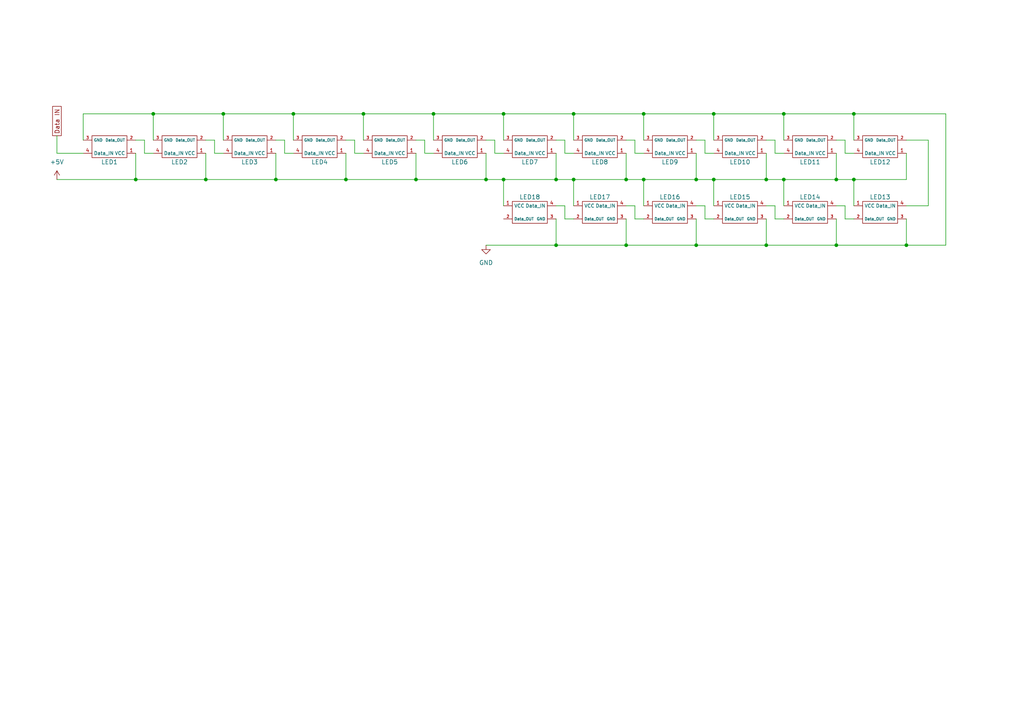
<source format=kicad_sch>
(kicad_sch (version 20211123) (generator eeschema)
  (paper "A4")
  (lib_symbols
    (symbol "Custom:LED_SK6812RGBW_5050Metric_Pad1.5x1.5mm_HandSolder"
      (property "Reference" "LED" (at 0 2.54 0))
      (property "Value" "LED_SK6812RGBW_5050Metric_Pad1.5x1.5mm_HandSolder" (at 0 0 0))
      (symbol "LED_SK6812RGBW_5050Metric_Pad1.5x1.5mm_HandSolder_0_1"
        (rectangle (start -5.08 11.43) (end 5.08 5.08))
      )
      (symbol "LED_SK6812RGBW_5050Metric_Pad1.5x1.5mm_HandSolder_1_1"
        (pin input line (at -7.62 10.16 0) (length 2.54) (name "VCC") (number "1"))
        (pin output line (at -7.62 6.35 0) (length 2.54) (name "Data_OUT") (number "2"))
        (pin bidirectional line (at 7.62 6.35 180) (length 2.54) (name "GND") (number "3"))
        (pin input line (at 7.62 10.16 180) (length 2.54) (name "Data_IN") (number "4"))
      )
    )
    (symbol "LED_SK6812RGBW_5050Metric_Pad1.5x1.5mm_HandSolder_1"
      (property "Reference" "LED" (at 0 2.54 0))
      (property "Value" "LED_SK6812RGBW_5050Metric_Pad1.5x1.5mm_HandSolder_1" (at 0 0 0))
      (symbol "LED_SK6812RGBW_5050Metric_Pad1.5x1.5mm_HandSolder_1_0_1"
        (rectangle (start -5.08 11.43) (end 5.08 5.08))
      )
      (symbol "LED_SK6812RGBW_5050Metric_Pad1.5x1.5mm_HandSolder_1_1_1"
        (pin input line (at -7.62 10.16 0) (length 2.54) (name "VCC") (number "1"))
        (pin output line (at -7.62 6.35 0) (length 2.54) (name "Data_OUT") (number "2"))
        (pin bidirectional line (at 7.62 6.35 180) (length 2.54) (name "GND") (number "3"))
        (pin input line (at 7.62 10.16 180) (length 2.54) (name "Data_IN") (number "4"))
      )
    )
    (symbol "LED_SK6812RGBW_5050Metric_Pad1.5x1.5mm_HandSolder_10"
      (property "Reference" "LED" (at 0 2.54 0))
      (property "Value" "LED_SK6812RGBW_5050Metric_Pad1.5x1.5mm_HandSolder_10" (at 0 0 0))
      (symbol "LED_SK6812RGBW_5050Metric_Pad1.5x1.5mm_HandSolder_10_0_1"
        (rectangle (start -5.08 11.43) (end 5.08 5.08))
      )
      (symbol "LED_SK6812RGBW_5050Metric_Pad1.5x1.5mm_HandSolder_10_1_1"
        (pin input line (at -7.62 10.16 0) (length 2.54) (name "VCC") (number "1"))
        (pin output line (at -7.62 6.35 0) (length 2.54) (name "Data_OUT") (number "2"))
        (pin bidirectional line (at 7.62 6.35 180) (length 2.54) (name "GND") (number "3"))
        (pin input line (at 7.62 10.16 180) (length 2.54) (name "Data_IN") (number "4"))
      )
    )
    (symbol "LED_SK6812RGBW_5050Metric_Pad1.5x1.5mm_HandSolder_12"
      (property "Reference" "LED" (at 0 2.54 0))
      (property "Value" "LED_SK6812RGBW_5050Metric_Pad1.5x1.5mm_HandSolder_12" (at 0 0 0))
      (symbol "LED_SK6812RGBW_5050Metric_Pad1.5x1.5mm_HandSolder_12_0_1"
        (rectangle (start -5.08 11.43) (end 5.08 5.08))
      )
      (symbol "LED_SK6812RGBW_5050Metric_Pad1.5x1.5mm_HandSolder_12_1_1"
        (pin input line (at -7.62 10.16 0) (length 2.54) (name "VCC") (number "1"))
        (pin output line (at -7.62 6.35 0) (length 2.54) (name "Data_OUT") (number "2"))
        (pin bidirectional line (at 7.62 6.35 180) (length 2.54) (name "GND") (number "3"))
        (pin input line (at 7.62 10.16 180) (length 2.54) (name "Data_IN") (number "4"))
      )
    )
    (symbol "LED_SK6812RGBW_5050Metric_Pad1.5x1.5mm_HandSolder_13"
      (property "Reference" "LED" (at 0 2.54 0))
      (property "Value" "LED_SK6812RGBW_5050Metric_Pad1.5x1.5mm_HandSolder_13" (at 0 0 0))
      (symbol "LED_SK6812RGBW_5050Metric_Pad1.5x1.5mm_HandSolder_13_0_1"
        (rectangle (start -5.08 11.43) (end 5.08 5.08))
      )
      (symbol "LED_SK6812RGBW_5050Metric_Pad1.5x1.5mm_HandSolder_13_1_1"
        (pin input line (at -7.62 10.16 0) (length 2.54) (name "VCC") (number "1"))
        (pin output line (at -7.62 6.35 0) (length 2.54) (name "Data_OUT") (number "2"))
        (pin bidirectional line (at 7.62 6.35 180) (length 2.54) (name "GND") (number "3"))
        (pin input line (at 7.62 10.16 180) (length 2.54) (name "Data_IN") (number "4"))
      )
    )
    (symbol "LED_SK6812RGBW_5050Metric_Pad1.5x1.5mm_HandSolder_14"
      (property "Reference" "LED" (at 0 2.54 0))
      (property "Value" "LED_SK6812RGBW_5050Metric_Pad1.5x1.5mm_HandSolder_14" (at 0 0 0))
      (symbol "LED_SK6812RGBW_5050Metric_Pad1.5x1.5mm_HandSolder_14_0_1"
        (rectangle (start -5.08 11.43) (end 5.08 5.08))
      )
      (symbol "LED_SK6812RGBW_5050Metric_Pad1.5x1.5mm_HandSolder_14_1_1"
        (pin input line (at -7.62 10.16 0) (length 2.54) (name "VCC") (number "1"))
        (pin output line (at -7.62 6.35 0) (length 2.54) (name "Data_OUT") (number "2"))
        (pin bidirectional line (at 7.62 6.35 180) (length 2.54) (name "GND") (number "3"))
        (pin input line (at 7.62 10.16 180) (length 2.54) (name "Data_IN") (number "4"))
      )
    )
    (symbol "LED_SK6812RGBW_5050Metric_Pad1.5x1.5mm_HandSolder_15"
      (property "Reference" "LED" (at 0 2.54 0))
      (property "Value" "LED_SK6812RGBW_5050Metric_Pad1.5x1.5mm_HandSolder_15" (at 0 0 0))
      (symbol "LED_SK6812RGBW_5050Metric_Pad1.5x1.5mm_HandSolder_15_0_1"
        (rectangle (start -5.08 11.43) (end 5.08 5.08))
      )
      (symbol "LED_SK6812RGBW_5050Metric_Pad1.5x1.5mm_HandSolder_15_1_1"
        (pin input line (at -7.62 10.16 0) (length 2.54) (name "VCC") (number "1"))
        (pin output line (at -7.62 6.35 0) (length 2.54) (name "Data_OUT") (number "2"))
        (pin bidirectional line (at 7.62 6.35 180) (length 2.54) (name "GND") (number "3"))
        (pin input line (at 7.62 10.16 180) (length 2.54) (name "Data_IN") (number "4"))
      )
    )
    (symbol "LED_SK6812RGBW_5050Metric_Pad1.5x1.5mm_HandSolder_16"
      (property "Reference" "LED" (at 0 2.54 0))
      (property "Value" "LED_SK6812RGBW_5050Metric_Pad1.5x1.5mm_HandSolder_16" (at 0 0 0))
      (symbol "LED_SK6812RGBW_5050Metric_Pad1.5x1.5mm_HandSolder_16_0_1"
        (rectangle (start -5.08 11.43) (end 5.08 5.08))
      )
      (symbol "LED_SK6812RGBW_5050Metric_Pad1.5x1.5mm_HandSolder_16_1_1"
        (pin input line (at -7.62 10.16 0) (length 2.54) (name "VCC") (number "1"))
        (pin output line (at -7.62 6.35 0) (length 2.54) (name "Data_OUT") (number "2"))
        (pin bidirectional line (at 7.62 6.35 180) (length 2.54) (name "GND") (number "3"))
        (pin input line (at 7.62 10.16 180) (length 2.54) (name "Data_IN") (number "4"))
      )
    )
    (symbol "LED_SK6812RGBW_5050Metric_Pad1.5x1.5mm_HandSolder_17"
      (property "Reference" "LED" (at 0 2.54 0))
      (property "Value" "LED_SK6812RGBW_5050Metric_Pad1.5x1.5mm_HandSolder_17" (at 0 0 0))
      (symbol "LED_SK6812RGBW_5050Metric_Pad1.5x1.5mm_HandSolder_17_0_1"
        (rectangle (start -5.08 11.43) (end 5.08 5.08))
      )
      (symbol "LED_SK6812RGBW_5050Metric_Pad1.5x1.5mm_HandSolder_17_1_1"
        (pin input line (at -7.62 10.16 0) (length 2.54) (name "VCC") (number "1"))
        (pin output line (at -7.62 6.35 0) (length 2.54) (name "Data_OUT") (number "2"))
        (pin bidirectional line (at 7.62 6.35 180) (length 2.54) (name "GND") (number "3"))
        (pin input line (at 7.62 10.16 180) (length 2.54) (name "Data_IN") (number "4"))
      )
    )
    (symbol "LED_SK6812RGBW_5050Metric_Pad1.5x1.5mm_HandSolder_18"
      (property "Reference" "LED" (at 0 2.54 0))
      (property "Value" "LED_SK6812RGBW_5050Metric_Pad1.5x1.5mm_HandSolder_18" (at 0 0 0))
      (symbol "LED_SK6812RGBW_5050Metric_Pad1.5x1.5mm_HandSolder_18_0_1"
        (rectangle (start -5.08 11.43) (end 5.08 5.08))
      )
      (symbol "LED_SK6812RGBW_5050Metric_Pad1.5x1.5mm_HandSolder_18_1_1"
        (pin input line (at -7.62 10.16 0) (length 2.54) (name "VCC") (number "1"))
        (pin output line (at -7.62 6.35 0) (length 2.54) (name "Data_OUT") (number "2"))
        (pin bidirectional line (at 7.62 6.35 180) (length 2.54) (name "GND") (number "3"))
        (pin input line (at 7.62 10.16 180) (length 2.54) (name "Data_IN") (number "4"))
      )
    )
    (symbol "LED_SK6812RGBW_5050Metric_Pad1.5x1.5mm_HandSolder_19"
      (property "Reference" "LED" (at 0 2.54 0))
      (property "Value" "LED_SK6812RGBW_5050Metric_Pad1.5x1.5mm_HandSolder_19" (at 0 0 0))
      (symbol "LED_SK6812RGBW_5050Metric_Pad1.5x1.5mm_HandSolder_19_0_1"
        (rectangle (start -5.08 11.43) (end 5.08 5.08))
      )
      (symbol "LED_SK6812RGBW_5050Metric_Pad1.5x1.5mm_HandSolder_19_1_1"
        (pin input line (at -7.62 10.16 0) (length 2.54) (name "VCC") (number "1"))
        (pin output line (at -7.62 6.35 0) (length 2.54) (name "Data_OUT") (number "2"))
        (pin bidirectional line (at 7.62 6.35 180) (length 2.54) (name "GND") (number "3"))
        (pin input line (at 7.62 10.16 180) (length 2.54) (name "Data_IN") (number "4"))
      )
    )
    (symbol "LED_SK6812RGBW_5050Metric_Pad1.5x1.5mm_HandSolder_20"
      (property "Reference" "LED" (at 0 2.54 0))
      (property "Value" "LED_SK6812RGBW_5050Metric_Pad1.5x1.5mm_HandSolder_20" (at 0 0 0))
      (symbol "LED_SK6812RGBW_5050Metric_Pad1.5x1.5mm_HandSolder_20_0_1"
        (rectangle (start -5.08 11.43) (end 5.08 5.08))
      )
      (symbol "LED_SK6812RGBW_5050Metric_Pad1.5x1.5mm_HandSolder_20_1_1"
        (pin input line (at -7.62 10.16 0) (length 2.54) (name "VCC") (number "1"))
        (pin output line (at -7.62 6.35 0) (length 2.54) (name "Data_OUT") (number "2"))
        (pin bidirectional line (at 7.62 6.35 180) (length 2.54) (name "GND") (number "3"))
        (pin input line (at 7.62 10.16 180) (length 2.54) (name "Data_IN") (number "4"))
      )
    )
    (symbol "LED_SK6812RGBW_5050Metric_Pad1.5x1.5mm_HandSolder_21"
      (property "Reference" "LED" (at 0 2.54 0))
      (property "Value" "LED_SK6812RGBW_5050Metric_Pad1.5x1.5mm_HandSolder_21" (at 0 0 0))
      (symbol "LED_SK6812RGBW_5050Metric_Pad1.5x1.5mm_HandSolder_21_0_1"
        (rectangle (start -5.08 11.43) (end 5.08 5.08))
      )
      (symbol "LED_SK6812RGBW_5050Metric_Pad1.5x1.5mm_HandSolder_21_1_1"
        (pin input line (at -7.62 10.16 0) (length 2.54) (name "VCC") (number "1"))
        (pin output line (at -7.62 6.35 0) (length 2.54) (name "Data_OUT") (number "2"))
        (pin bidirectional line (at 7.62 6.35 180) (length 2.54) (name "GND") (number "3"))
        (pin input line (at 7.62 10.16 180) (length 2.54) (name "Data_IN") (number "4"))
      )
    )
    (symbol "LED_SK6812RGBW_5050Metric_Pad1.5x1.5mm_HandSolder_22"
      (property "Reference" "LED" (at 0 2.54 0))
      (property "Value" "LED_SK6812RGBW_5050Metric_Pad1.5x1.5mm_HandSolder_22" (at 0 0 0))
      (symbol "LED_SK6812RGBW_5050Metric_Pad1.5x1.5mm_HandSolder_22_0_1"
        (rectangle (start -5.08 11.43) (end 5.08 5.08))
      )
      (symbol "LED_SK6812RGBW_5050Metric_Pad1.5x1.5mm_HandSolder_22_1_1"
        (pin input line (at -7.62 10.16 0) (length 2.54) (name "VCC") (number "1"))
        (pin output line (at -7.62 6.35 0) (length 2.54) (name "Data_OUT") (number "2"))
        (pin bidirectional line (at 7.62 6.35 180) (length 2.54) (name "GND") (number "3"))
        (pin input line (at 7.62 10.16 180) (length 2.54) (name "Data_IN") (number "4"))
      )
    )
    (symbol "LED_SK6812RGBW_5050Metric_Pad1.5x1.5mm_HandSolder_23"
      (property "Reference" "LED" (at 0 2.54 0))
      (property "Value" "LED_SK6812RGBW_5050Metric_Pad1.5x1.5mm_HandSolder_23" (at 0 0 0))
      (symbol "LED_SK6812RGBW_5050Metric_Pad1.5x1.5mm_HandSolder_23_0_1"
        (rectangle (start -5.08 11.43) (end 5.08 5.08))
      )
      (symbol "LED_SK6812RGBW_5050Metric_Pad1.5x1.5mm_HandSolder_23_1_1"
        (pin input line (at -7.62 10.16 0) (length 2.54) (name "VCC") (number "1"))
        (pin output line (at -7.62 6.35 0) (length 2.54) (name "Data_OUT") (number "2"))
        (pin bidirectional line (at 7.62 6.35 180) (length 2.54) (name "GND") (number "3"))
        (pin input line (at 7.62 10.16 180) (length 2.54) (name "Data_IN") (number "4"))
      )
    )
    (symbol "LED_SK6812RGBW_5050Metric_Pad1.5x1.5mm_HandSolder_3"
      (property "Reference" "LED" (at 0 2.54 0))
      (property "Value" "LED_SK6812RGBW_5050Metric_Pad1.5x1.5mm_HandSolder_3" (at 0 0 0))
      (symbol "LED_SK6812RGBW_5050Metric_Pad1.5x1.5mm_HandSolder_3_0_1"
        (rectangle (start -5.08 11.43) (end 5.08 5.08))
      )
      (symbol "LED_SK6812RGBW_5050Metric_Pad1.5x1.5mm_HandSolder_3_1_1"
        (pin input line (at -7.62 10.16 0) (length 2.54) (name "VCC") (number "1"))
        (pin output line (at -7.62 6.35 0) (length 2.54) (name "Data_OUT") (number "2"))
        (pin bidirectional line (at 7.62 6.35 180) (length 2.54) (name "GND") (number "3"))
        (pin input line (at 7.62 10.16 180) (length 2.54) (name "Data_IN") (number "4"))
      )
    )
    (symbol "LED_SK6812RGBW_5050Metric_Pad1.5x1.5mm_HandSolder_7"
      (property "Reference" "LED" (at 0 2.54 0))
      (property "Value" "LED_SK6812RGBW_5050Metric_Pad1.5x1.5mm_HandSolder_7" (at 0 0 0))
      (symbol "LED_SK6812RGBW_5050Metric_Pad1.5x1.5mm_HandSolder_7_0_1"
        (rectangle (start -5.08 11.43) (end 5.08 5.08))
      )
      (symbol "LED_SK6812RGBW_5050Metric_Pad1.5x1.5mm_HandSolder_7_1_1"
        (pin input line (at -7.62 10.16 0) (length 2.54) (name "VCC") (number "1"))
        (pin output line (at -7.62 6.35 0) (length 2.54) (name "Data_OUT") (number "2"))
        (pin bidirectional line (at 7.62 6.35 180) (length 2.54) (name "GND") (number "3"))
        (pin input line (at 7.62 10.16 180) (length 2.54) (name "Data_IN") (number "4"))
      )
    )
    (symbol "power:+5V" (power) (pin_names (offset 0))
      (property "Value" "+5V" (at 0 3.556 0))
      (symbol "+5V_0_1"
        (polyline (pts (xy -0.762 1.27) (xy 0 2.54)))
        (polyline (pts (xy 0 0) (xy 0 2.54)))
        (polyline (pts (xy 0 2.54) (xy 0.762 1.27)))
      )
      (symbol "+5V_1_1"
        (pin power_in line (at 0 0 90) (length 0) hide (name "+5V") (number "1"))
      )
    )
    (symbol "power:GND" (power) (pin_names (offset 0))
      (property "Value" "GND" (at 0 -3.81 0))
      (symbol "GND_0_1"
        (polyline (pts (xy 0 0) (xy 0 -1.27) (xy 1.27 -1.27) (xy 0 -2.54) (xy -1.27 -1.27) (xy 0 -1.27)))
      )
      (symbol "GND_1_1"
        (pin power_in line (at 0 0 270) (length 0) hide (name "GND") (number "1"))
      )
    )
  )
  (junction (at 222.25 71.12))
  (junction (at 247.65 52.07))
  (junction (at 262.89 71.12))
  (junction (at 120.65 52.07))
  (junction (at 161.29 52.07))
  (junction (at 59.69 52.07))
  (junction (at 186.69 52.07))
  (junction (at 146.05 33.02))
  (junction (at 181.61 71.12))
  (junction (at 166.37 33.02))
  (junction (at 247.65 33.02))
  (junction (at 146.05 52.07))
  (junction (at 201.93 52.07))
  (junction (at 201.93 71.12))
  (junction (at 140.97 52.07))
  (junction (at 242.57 52.07))
  (junction (at 181.61 52.07))
  (junction (at 227.33 52.07))
  (junction (at 85.09 33.02))
  (junction (at 44.45 33.02))
  (junction (at 227.33 33.02))
  (junction (at 125.73 33.02))
  (junction (at 105.41 33.02))
  (junction (at 39.37 52.07))
  (junction (at 242.57 71.12))
  (junction (at 207.01 33.02))
  (junction (at 80.01 52.07))
  (junction (at 222.25 52.07))
  (junction (at 161.29 71.12))
  (junction (at 186.69 33.02))
  (junction (at 166.37 52.07))
  (junction (at 100.33 52.07))
  (junction (at 64.77 33.02))
  (junction (at 207.01 52.07))
  (wire (pts (xy 16.51 44.45) (xy 24.13 44.45)))
  (wire (pts (xy 247.65 52.07) (xy 262.89 52.07)))
  (wire (pts (xy 262.89 71.12) (xy 274.32 71.12)))
  (wire (pts (xy 80.01 44.45) (xy 80.01 52.07)))
  (wire (pts (xy 62.23 44.45) (xy 64.77 44.45)))
  (wire (pts (xy 80.01 52.07) (xy 100.33 52.07)))
  (wire (pts (xy 163.83 40.64) (xy 163.83 44.45)))
  (wire (pts (xy 59.69 40.64) (xy 62.23 40.64)))
  (wire (pts (xy 166.37 33.02) (xy 186.69 33.02)))
  (wire (pts (xy 161.29 63.5) (xy 161.29 71.12)))
  (wire (pts (xy 207.01 33.02) (xy 207.01 40.64)))
  (wire (pts (xy 204.47 44.45) (xy 207.01 44.45)))
  (wire (pts (xy 166.37 52.07) (xy 166.37 59.69)))
  (wire (pts (xy 146.05 33.02) (xy 166.37 33.02)))
  (wire (pts (xy 204.47 40.64) (xy 204.47 44.45)))
  (wire (pts (xy 161.29 59.69) (xy 163.83 59.69)))
  (wire (pts (xy 105.41 33.02) (xy 125.73 33.02)))
  (wire (pts (xy 64.77 33.02) (xy 64.77 40.64)))
  (wire (pts (xy 262.89 40.64) (xy 269.24 40.64)))
  (wire (pts (xy 204.47 63.5) (xy 204.47 59.69)))
  (wire (pts (xy 123.19 40.64) (xy 123.19 44.45)))
  (wire (pts (xy 105.41 33.02) (xy 105.41 40.64)))
  (wire (pts (xy 245.11 40.64) (xy 245.11 44.45)))
  (wire (pts (xy 184.15 40.64) (xy 184.15 44.45)))
  (wire (pts (xy 85.09 33.02) (xy 85.09 40.64)))
  (wire (pts (xy 39.37 44.45) (xy 39.37 52.07)))
  (wire (pts (xy 262.89 71.12) (xy 242.57 71.12)))
  (wire (pts (xy 125.73 33.02) (xy 125.73 40.64)))
  (wire (pts (xy 100.33 52.07) (xy 120.65 52.07)))
  (wire (pts (xy 181.61 71.12) (xy 161.29 71.12)))
  (wire (pts (xy 184.15 63.5) (xy 184.15 59.69)))
  (wire (pts (xy 247.65 33.02) (xy 274.32 33.02)))
  (wire (pts (xy 269.24 40.64) (xy 269.24 59.69)))
  (wire (pts (xy 201.93 52.07) (xy 186.69 52.07)))
  (wire (pts (xy 146.05 33.02) (xy 146.05 40.64)))
  (wire (pts (xy 146.05 52.07) (xy 140.97 52.07)))
  (wire (pts (xy 274.32 33.02) (xy 274.32 71.12)))
  (wire (pts (xy 222.25 52.07) (xy 207.01 52.07)))
  (wire (pts (xy 186.69 52.07) (xy 186.69 59.69)))
  (wire (pts (xy 224.79 63.5) (xy 224.79 59.69)))
  (wire (pts (xy 161.29 52.07) (xy 146.05 52.07)))
  (wire (pts (xy 201.93 63.5) (xy 201.93 71.12)))
  (wire (pts (xy 222.25 44.45) (xy 222.25 52.07)))
  (wire (pts (xy 247.65 33.02) (xy 247.65 40.64)))
  (wire (pts (xy 161.29 44.45) (xy 161.29 52.07)))
  (wire (pts (xy 16.51 39.37) (xy 16.51 44.45)))
  (wire (pts (xy 166.37 33.02) (xy 166.37 40.64)))
  (wire (pts (xy 186.69 52.07) (xy 181.61 52.07)))
  (wire (pts (xy 207.01 63.5) (xy 204.47 63.5)))
  (wire (pts (xy 207.01 52.07) (xy 207.01 59.69)))
  (wire (pts (xy 181.61 40.64) (xy 184.15 40.64)))
  (wire (pts (xy 186.69 33.02) (xy 186.69 40.64)))
  (wire (pts (xy 146.05 52.07) (xy 146.05 59.69)))
  (wire (pts (xy 262.89 63.5) (xy 262.89 71.12)))
  (wire (pts (xy 201.93 44.45) (xy 201.93 52.07)))
  (wire (pts (xy 262.89 59.69) (xy 269.24 59.69)))
  (wire (pts (xy 161.29 71.12) (xy 140.97 71.12)))
  (wire (pts (xy 186.69 33.02) (xy 207.01 33.02)))
  (wire (pts (xy 41.91 40.64) (xy 41.91 44.45)))
  (wire (pts (xy 224.79 44.45) (xy 227.33 44.45)))
  (wire (pts (xy 100.33 40.64) (xy 102.87 40.64)))
  (wire (pts (xy 201.93 71.12) (xy 181.61 71.12)))
  (wire (pts (xy 184.15 44.45) (xy 186.69 44.45)))
  (wire (pts (xy 207.01 33.02) (xy 227.33 33.02)))
  (wire (pts (xy 222.25 71.12) (xy 242.57 71.12)))
  (wire (pts (xy 64.77 33.02) (xy 85.09 33.02)))
  (wire (pts (xy 242.57 40.64) (xy 245.11 40.64)))
  (wire (pts (xy 39.37 40.64) (xy 41.91 40.64)))
  (wire (pts (xy 222.25 63.5) (xy 222.25 71.12)))
  (wire (pts (xy 163.83 63.5) (xy 163.83 59.69)))
  (wire (pts (xy 125.73 33.02) (xy 146.05 33.02)))
  (wire (pts (xy 227.33 52.07) (xy 242.57 52.07)))
  (wire (pts (xy 82.55 44.45) (xy 85.09 44.45)))
  (wire (pts (xy 224.79 40.64) (xy 224.79 44.45)))
  (wire (pts (xy 123.19 44.45) (xy 125.73 44.45)))
  (wire (pts (xy 140.97 40.64) (xy 143.51 40.64)))
  (wire (pts (xy 245.11 63.5) (xy 245.11 59.69)))
  (wire (pts (xy 242.57 52.07) (xy 247.65 52.07)))
  (wire (pts (xy 181.61 63.5) (xy 181.61 71.12)))
  (wire (pts (xy 201.93 71.12) (xy 222.25 71.12)))
  (wire (pts (xy 262.89 44.45) (xy 262.89 52.07)))
  (wire (pts (xy 59.69 44.45) (xy 59.69 52.07)))
  (wire (pts (xy 201.93 59.69) (xy 204.47 59.69)))
  (wire (pts (xy 222.25 59.69) (xy 224.79 59.69)))
  (wire (pts (xy 120.65 52.07) (xy 140.97 52.07)))
  (wire (pts (xy 100.33 44.45) (xy 100.33 52.07)))
  (wire (pts (xy 181.61 52.07) (xy 166.37 52.07)))
  (wire (pts (xy 143.51 40.64) (xy 143.51 44.45)))
  (wire (pts (xy 227.33 52.07) (xy 227.33 59.69)))
  (wire (pts (xy 242.57 44.45) (xy 242.57 52.07)))
  (wire (pts (xy 245.11 44.45) (xy 247.65 44.45)))
  (wire (pts (xy 247.65 63.5) (xy 245.11 63.5)))
  (wire (pts (xy 140.97 44.45) (xy 140.97 52.07)))
  (wire (pts (xy 44.45 33.02) (xy 64.77 33.02)))
  (wire (pts (xy 166.37 52.07) (xy 161.29 52.07)))
  (wire (pts (xy 242.57 63.5) (xy 242.57 71.12)))
  (wire (pts (xy 82.55 40.64) (xy 82.55 44.45)))
  (wire (pts (xy 85.09 33.02) (xy 105.41 33.02)))
  (wire (pts (xy 41.91 44.45) (xy 44.45 44.45)))
  (wire (pts (xy 227.33 33.02) (xy 227.33 40.64)))
  (wire (pts (xy 227.33 63.5) (xy 224.79 63.5)))
  (wire (pts (xy 207.01 52.07) (xy 201.93 52.07)))
  (wire (pts (xy 80.01 40.64) (xy 82.55 40.64)))
  (wire (pts (xy 16.51 52.07) (xy 39.37 52.07)))
  (wire (pts (xy 120.65 44.45) (xy 120.65 52.07)))
  (wire (pts (xy 44.45 33.02) (xy 44.45 40.64)))
  (wire (pts (xy 59.69 52.07) (xy 80.01 52.07)))
  (wire (pts (xy 161.29 40.64) (xy 163.83 40.64)))
  (wire (pts (xy 143.51 44.45) (xy 146.05 44.45)))
  (wire (pts (xy 181.61 59.69) (xy 184.15 59.69)))
  (wire (pts (xy 163.83 44.45) (xy 166.37 44.45)))
  (wire (pts (xy 62.23 40.64) (xy 62.23 44.45)))
  (wire (pts (xy 186.69 63.5) (xy 184.15 63.5)))
  (wire (pts (xy 39.37 52.07) (xy 59.69 52.07)))
  (wire (pts (xy 201.93 40.64) (xy 204.47 40.64)))
  (wire (pts (xy 242.57 59.69) (xy 245.11 59.69)))
  (wire (pts (xy 102.87 40.64) (xy 102.87 44.45)))
  (wire (pts (xy 227.33 52.07) (xy 222.25 52.07)))
  (wire (pts (xy 227.33 33.02) (xy 247.65 33.02)))
  (wire (pts (xy 247.65 59.69) (xy 247.65 52.07)))
  (wire (pts (xy 222.25 40.64) (xy 224.79 40.64)))
  (wire (pts (xy 120.65 40.64) (xy 123.19 40.64)))
  (wire (pts (xy 102.87 44.45) (xy 105.41 44.45)))
  (wire (pts (xy 166.37 63.5) (xy 163.83 63.5)))
  (wire (pts (xy 24.13 33.02) (xy 44.45 33.02)))
  (wire (pts (xy 181.61 44.45) (xy 181.61 52.07)))
  (wire (pts (xy 24.13 40.64) (xy 24.13 33.02)))
  (global_label "Data IN" (shape passive) (at 16.51 39.37 90) (property "Intersheet References" "${INTERSHEET_REFS}" (effects hide)))
  (symbol (lib_id "Custom:LED_SK6812RGBW_5050Metric_Pad1.5x1.5mm_HandSolder") (at 194.31 69.85 0) (unit 1)
    (property "Reference" "LED16" (at 194.31 57.15 0))
    (property "Value" "LED_SK6812RGBW_5050Metric_Pad1.5x1.5mm_HandSolder" (effects hide))
    (property "Footprint" "Components:LED_SK6812RGBW_5050Metric_Pad1.5x1.5mm_HandSolder" (effects hide))
  )
  (symbol (lib_name "LED_SK6812RGBW_5050Metric_Pad1.5x1.5mm_HandSolder_17") (lib_id "Custom:LED_SK6812RGBW_5050Metric_Pad1.5x1.5mm_HandSolder") (at 234.95 69.85 0) (unit 1)
    (property "Reference" "LED14" (at 234.95 57.15 0))
    (property "Value" "LED_SK6812RGBW_5050Metric_Pad1.5x1.5mm_HandSolder" (effects hide))
    (property "Footprint" "Components:LED_SK6812RGBW_5050Metric_Pad1.5x1.5mm_HandSolder" (effects hide))
  )
  (symbol (lib_name "LED_SK6812RGBW_5050Metric_Pad1.5x1.5mm_HandSolder_22") (lib_id "Custom:LED_SK6812RGBW_5050Metric_Pad1.5x1.5mm_HandSolder") (at 255.27 69.85 0) (unit 1)
    (property "Reference" "LED13" (at 255.27 57.15 0))
    (property "Value" "LED_SK6812RGBW_5050Metric_Pad1.5x1.5mm_HandSolder" (effects hide))
    (property "Footprint" "Components:LED_SK6812RGBW_5050Metric_Pad1.5x1.5mm_HandSolder" (effects hide))
  )
  (symbol (lib_id "Custom:LED_SK6812RGBW_5050Metric_Pad1.5x1.5mm_HandSolder") (at 31.75 34.29 180) (unit 1)
    (property "Reference" "LED1" (at 31.75 46.99 0))
    (property "Value" "LED_SK6812RGBW_5050Metric_Pad1.5x1.5mm_HandSolder" (effects hide))
    (property "Footprint" "Components:LED_SK6812RGBW_5050Metric_Pad1.5x1.5mm_HandSolder" (effects hide))
  )
  (symbol (lib_name "LED_SK6812RGBW_5050Metric_Pad1.5x1.5mm_HandSolder_12") (lib_id "Custom:LED_SK6812RGBW_5050Metric_Pad1.5x1.5mm_HandSolder") (at 72.39 34.29 180) (unit 1)
    (property "Reference" "LED3" (at 72.39 46.99 0))
    (property "Value" "LED_SK6812RGBW_5050Metric_Pad1.5x1.5mm_HandSolder" (effects hide))
    (property "Footprint" "Components:LED_SK6812RGBW_5050Metric_Pad1.5x1.5mm_HandSolder" (effects hide))
  )
  (symbol (lib_name "LED_SK6812RGBW_5050Metric_Pad1.5x1.5mm_HandSolder_7") (lib_id "Custom:LED_SK6812RGBW_5050Metric_Pad1.5x1.5mm_HandSolder") (at 52.07 34.29 180) (unit 1)
    (property "Reference" "LED2" (at 52.07 46.99 0))
    (property "Value" "LED_SK6812RGBW_5050Metric_Pad1.5x1.5mm_HandSolder" (effects hide))
    (property "Footprint" "Components:LED_SK6812RGBW_5050Metric_Pad1.5x1.5mm_HandSolder" (effects hide))
  )
  (symbol (lib_name "LED_SK6812RGBW_5050Metric_Pad1.5x1.5mm_HandSolder_10") (lib_id "Custom:LED_SK6812RGBW_5050Metric_Pad1.5x1.5mm_HandSolder") (at 113.03 34.29 180) (unit 1)
    (property "Reference" "LED5" (at 113.03 46.99 0))
    (property "Value" "LED_SK6812RGBW_5050Metric_Pad1.5x1.5mm_HandSolder" (effects hide))
    (property "Footprint" "Components:LED_SK6812RGBW_5050Metric_Pad1.5x1.5mm_HandSolder" (effects hide))
  )
  (symbol (lib_name "LED_SK6812RGBW_5050Metric_Pad1.5x1.5mm_HandSolder_20") (lib_id "Custom:LED_SK6812RGBW_5050Metric_Pad1.5x1.5mm_HandSolder") (at 173.99 34.29 180) (unit 1)
    (property "Reference" "LED8" (at 173.99 46.99 0))
    (property "Value" "LED_SK6812RGBW_5050Metric_Pad1.5x1.5mm_HandSolder" (effects hide))
    (property "Footprint" "Components:LED_SK6812RGBW_5050Metric_Pad1.5x1.5mm_HandSolder" (effects hide))
  )
  (symbol (lib_name "LED_SK6812RGBW_5050Metric_Pad1.5x1.5mm_HandSolder_21") (lib_id "Custom:LED_SK6812RGBW_5050Metric_Pad1.5x1.5mm_HandSolder") (at 255.27 34.29 180) (unit 1)
    (property "Reference" "LED12" (at 255.27 46.99 0))
    (property "Value" "LED_SK6812RGBW_5050Metric_Pad1.5x1.5mm_HandSolder" (effects hide))
    (property "Footprint" "Components:LED_SK6812RGBW_5050Metric_Pad1.5x1.5mm_HandSolder" (effects hide))
  )
  (symbol (lib_name "LED_SK6812RGBW_5050Metric_Pad1.5x1.5mm_HandSolder_16") (lib_id "Custom:LED_SK6812RGBW_5050Metric_Pad1.5x1.5mm_HandSolder") (at 214.63 34.29 180) (unit 1)
    (property "Reference" "LED10" (at 214.63 46.99 0))
    (property "Value" "LED_SK6812RGBW_5050Metric_Pad1.5x1.5mm_HandSolder" (effects hide))
    (property "Footprint" "Components:LED_SK6812RGBW_5050Metric_Pad1.5x1.5mm_HandSolder" (effects hide))
  )
  (symbol (lib_id "power:+5V") (at 16.51 52.07 0) (unit 1)
    (property "Reference" "#PWR0101" (effects hide))
    (property "Value" "+5V" (at 16.51 46.99 0))
  )
  (symbol (lib_name "LED_SK6812RGBW_5050Metric_Pad1.5x1.5mm_HandSolder_14") (lib_id "Custom:LED_SK6812RGBW_5050Metric_Pad1.5x1.5mm_HandSolder") (at 153.67 34.29 180) (unit 1)
    (property "Reference" "LED7" (at 153.67 46.99 0))
    (property "Value" "LED_SK6812RGBW_5050Metric_Pad1.5x1.5mm_HandSolder" (effects hide))
    (property "Footprint" "Components:LED_SK6812RGBW_5050Metric_Pad1.5x1.5mm_HandSolder" (effects hide))
  )
  (symbol (lib_name "LED_SK6812RGBW_5050Metric_Pad1.5x1.5mm_HandSolder_3") (lib_id "Custom:LED_SK6812RGBW_5050Metric_Pad1.5x1.5mm_HandSolder") (at 92.71 34.29 180) (unit 1)
    (property "Reference" "LED4" (at 92.71 46.99 0))
    (property "Value" "LED_SK6812RGBW_5050Metric_Pad1.5x1.5mm_HandSolder" (effects hide))
    (property "Footprint" "Components:LED_SK6812RGBW_5050Metric_Pad1.5x1.5mm_HandSolder" (effects hide))
  )
  (symbol (lib_name "LED_SK6812RGBW_5050Metric_Pad1.5x1.5mm_HandSolder_23") (lib_id "Custom:LED_SK6812RGBW_5050Metric_Pad1.5x1.5mm_HandSolder") (at 194.31 34.29 180) (unit 1)
    (property "Reference" "LED9" (at 194.31 46.99 0))
    (property "Value" "LED_SK6812RGBW_5050Metric_Pad1.5x1.5mm_HandSolder" (effects hide))
    (property "Footprint" "Components:LED_SK6812RGBW_5050Metric_Pad1.5x1.5mm_HandSolder" (effects hide))
  )
  (symbol (lib_id "power:GND") (at 140.97 71.12 0) (unit 1)
    (property "Reference" "#PWR0102" (effects hide))
    (property "Value" "GND" (at 140.97 76.2 0))
  )
  (symbol (lib_name "LED_SK6812RGBW_5050Metric_Pad1.5x1.5mm_HandSolder_19") (lib_id "Custom:LED_SK6812RGBW_5050Metric_Pad1.5x1.5mm_HandSolder") (at 173.99 69.85 0) (unit 1)
    (property "Reference" "LED17" (at 173.99 57.15 0))
    (property "Value" "LED_SK6812RGBW_5050Metric_Pad1.5x1.5mm_HandSolder" (effects hide))
    (property "Footprint" "Components:LED_SK6812RGBW_5050Metric_Pad1.5x1.5mm_HandSolder" (effects hide))
  )
  (symbol (lib_name "LED_SK6812RGBW_5050Metric_Pad1.5x1.5mm_HandSolder_15") (lib_id "Custom:LED_SK6812RGBW_5050Metric_Pad1.5x1.5mm_HandSolder") (at 153.67 69.85 0) (unit 1)
    (property "Reference" "LED18" (at 153.67 57.15 0))
    (property "Value" "LED_SK6812RGBW_5050Metric_Pad1.5x1.5mm_HandSolder" (effects hide))
    (property "Footprint" "Components:LED_SK6812RGBW_5050Metric_Pad1.5x1.5mm_HandSolder" (effects hide))
  )
  (symbol (lib_name "LED_SK6812RGBW_5050Metric_Pad1.5x1.5mm_HandSolder_18") (lib_id "Custom:LED_SK6812RGBW_5050Metric_Pad1.5x1.5mm_HandSolder") (at 234.95 34.29 180) (unit 1)
    (property "Reference" "LED11" (at 234.95 46.99 0))
    (property "Value" "LED_SK6812RGBW_5050Metric_Pad1.5x1.5mm_HandSolder" (effects hide))
    (property "Footprint" "Components:LED_SK6812RGBW_5050Metric_Pad1.5x1.5mm_HandSolder" (effects hide))
  )
  (symbol (lib_name "LED_SK6812RGBW_5050Metric_Pad1.5x1.5mm_HandSolder_13") (lib_id "Custom:LED_SK6812RGBW_5050Metric_Pad1.5x1.5mm_HandSolder") (at 133.35 34.29 180) (unit 1)
    (property "Reference" "LED6" (at 133.35 46.99 0))
    (property "Value" "LED_SK6812RGBW_5050Metric_Pad1.5x1.5mm_HandSolder" (effects hide))
    (property "Footprint" "Components:LED_SK6812RGBW_5050Metric_Pad1.5x1.5mm_HandSolder" (effects hide))
  )
  (symbol (lib_name "LED_SK6812RGBW_5050Metric_Pad1.5x1.5mm_HandSolder_1") (lib_id "Custom:LED_SK6812RGBW_5050Metric_Pad1.5x1.5mm_HandSolder") (at 214.63 69.85 0) (unit 1)
    (property "Reference" "LED15" (at 214.63 57.15 0))
    (property "Value" "LED_SK6812RGBW_5050Metric_Pad1.5x1.5mm_HandSolder" (effects hide))
    (property "Footprint" "Components:LED_SK6812RGBW_5050Metric_Pad1.5x1.5mm_HandSolder" (effects hide))
  )
)
</source>
